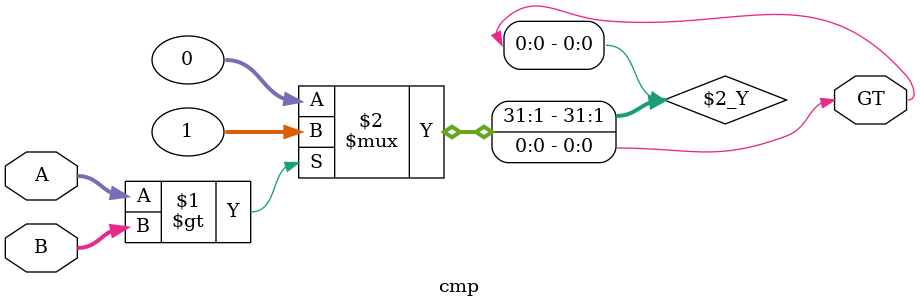
<source format=v>
`timescale 1ns / 1ps


module cmp(
    input [3:0] A,
    input [3:0] B,
    output GT
    );
    
    assign GT = (A > B) ? 1:0; 
    
    
endmodule

</source>
